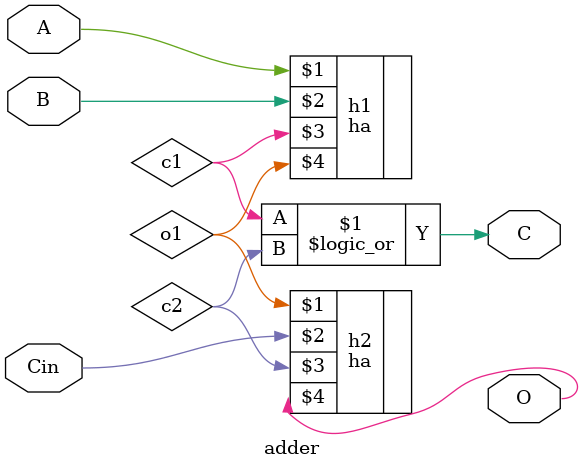
<source format=v>
`timescale 1ns / 1ps


module adder(
    input Cin,
    input A,
    input B,
    output C,
    output O
    );
    
    wire c1, c2, o1;
    ha h1(A, B, c1, o1);
    ha h2(o1, Cin, c2, O);
    assign C = c1 || c2;
    /*assign C = (A & B) | (B & Cin) | (Cin & A);
    assign O = A ^ B ^ Cin;*/
   
endmodule

</source>
